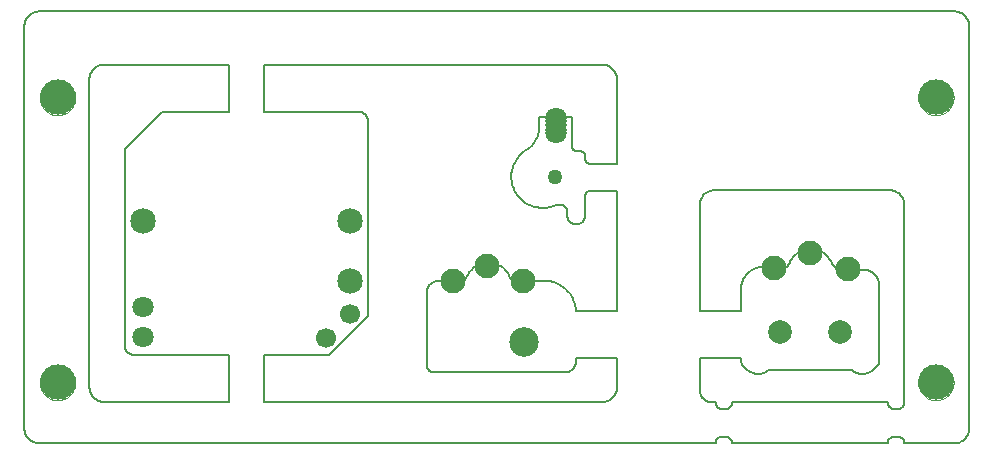
<source format=gbs>
G75*
G70*
%OFA0B0*%
%FSLAX24Y24*%
%IPPOS*%
%LPD*%
%AMOC8*
5,1,8,0,0,1.08239X$1,22.5*
%
%ADD10C,0.0050*%
%ADD11C,0.0000*%
%ADD12C,0.1181*%
%ADD13C,0.0984*%
%ADD14C,0.0827*%
%ADD15C,0.0850*%
%ADD16C,0.0709*%
%ADD17C,0.0787*%
%ADD18C,0.0669*%
%ADD19C,0.0500*%
D10*
X001034Y000534D02*
X023572Y000534D01*
X023572Y000562D01*
X023576Y000590D01*
X023583Y000617D01*
X023594Y000643D01*
X023608Y000667D01*
X023625Y000689D01*
X023645Y000709D01*
X023667Y000726D01*
X023691Y000740D01*
X023717Y000751D01*
X023744Y000758D01*
X023772Y000762D01*
X023922Y000762D01*
X023950Y000758D01*
X023977Y000751D01*
X024003Y000740D01*
X024027Y000726D01*
X024049Y000709D01*
X024069Y000689D01*
X024086Y000667D01*
X024100Y000643D01*
X024111Y000617D01*
X024118Y000590D01*
X024122Y000562D01*
X024122Y000534D01*
X029309Y000534D01*
X029309Y000562D01*
X029313Y000590D01*
X029320Y000617D01*
X029331Y000643D01*
X029345Y000667D01*
X029362Y000689D01*
X029382Y000709D01*
X029404Y000726D01*
X029428Y000740D01*
X029454Y000751D01*
X029481Y000758D01*
X029509Y000762D01*
X029659Y000762D01*
X029688Y000758D01*
X029715Y000751D01*
X029741Y000741D01*
X029766Y000727D01*
X029789Y000710D01*
X029809Y000690D01*
X029827Y000668D01*
X029841Y000643D01*
X029853Y000617D01*
X029860Y000590D01*
X029864Y000562D01*
X029865Y000534D01*
X029864Y000534D02*
X031519Y000534D01*
X031518Y000533D02*
X031563Y000534D01*
X031606Y000540D01*
X031650Y000549D01*
X031692Y000562D01*
X031733Y000578D01*
X031772Y000598D01*
X031810Y000621D01*
X031845Y000648D01*
X031878Y000677D01*
X031908Y000710D01*
X031935Y000744D01*
X031959Y000781D01*
X031980Y000820D01*
X031998Y000861D01*
X032011Y000903D01*
X032021Y000946D01*
X032028Y000989D01*
X032030Y001033D01*
X032030Y001034D02*
X032030Y014435D01*
X032027Y014478D01*
X032021Y014522D01*
X032011Y014565D01*
X031997Y014607D01*
X031980Y014647D01*
X031959Y014686D01*
X031935Y014723D01*
X031908Y014758D01*
X031877Y014790D01*
X031845Y014819D01*
X031809Y014845D01*
X031772Y014869D01*
X031733Y014888D01*
X031692Y014905D01*
X031649Y014917D01*
X031606Y014926D01*
X031563Y014932D01*
X031518Y014933D01*
X031519Y014933D02*
X001034Y014933D01*
X000990Y014931D01*
X000947Y014926D01*
X000905Y014916D01*
X000863Y014903D01*
X000823Y014887D01*
X000784Y014867D01*
X000748Y014843D01*
X000713Y014817D01*
X000681Y014788D01*
X000651Y014756D01*
X000625Y014721D01*
X000601Y014684D01*
X000581Y014646D01*
X000564Y014606D01*
X000551Y014564D01*
X000542Y014522D01*
X000536Y014478D01*
X000534Y014435D01*
X000534Y001034D01*
X000536Y000990D01*
X000542Y000947D01*
X000551Y000905D01*
X000564Y000863D01*
X000581Y000823D01*
X000601Y000784D01*
X000624Y000747D01*
X000651Y000713D01*
X000680Y000680D01*
X000713Y000651D01*
X000747Y000624D01*
X000784Y000601D01*
X000823Y000581D01*
X000863Y000564D01*
X000905Y000551D01*
X000947Y000542D01*
X000990Y000536D01*
X001034Y000534D01*
X003249Y001912D02*
X007340Y001912D01*
X007340Y003486D01*
X004184Y003486D01*
X004150Y003488D01*
X004117Y003493D01*
X004084Y003502D01*
X004053Y003515D01*
X004023Y003531D01*
X003995Y003551D01*
X003970Y003573D01*
X003947Y003598D01*
X003927Y003626D01*
X003911Y003655D01*
X003898Y003687D01*
X003888Y003719D01*
X003882Y003752D01*
X003880Y003786D01*
X003880Y010336D01*
X005130Y011586D01*
X007340Y011586D01*
X007340Y013161D01*
X003175Y013161D01*
X003130Y013155D01*
X003086Y013146D01*
X003043Y013134D01*
X003002Y013117D01*
X002962Y013097D01*
X002923Y013073D01*
X002887Y013047D01*
X002854Y013017D01*
X002823Y012984D01*
X002795Y012949D01*
X002771Y012912D01*
X002749Y012872D01*
X002732Y012831D01*
X002718Y012788D01*
X002707Y012745D01*
X002701Y012700D01*
X002698Y012656D01*
X002699Y012611D01*
X002699Y002387D01*
X002704Y002345D01*
X002712Y002303D01*
X002724Y002262D01*
X002739Y002222D01*
X002757Y002184D01*
X002779Y002147D01*
X002803Y002112D01*
X002830Y002080D01*
X002860Y002049D01*
X002892Y002022D01*
X002926Y001997D01*
X002963Y001974D01*
X003001Y001955D01*
X003040Y001940D01*
X003081Y001927D01*
X003122Y001918D01*
X003164Y001912D01*
X003207Y001910D01*
X003249Y001911D01*
X008521Y001912D02*
X008521Y003486D01*
X010680Y003486D01*
X011980Y004786D01*
X011980Y011286D01*
X011978Y011320D01*
X011972Y011353D01*
X011963Y011385D01*
X011950Y011416D01*
X011934Y011446D01*
X011915Y011473D01*
X011892Y011498D01*
X011867Y011521D01*
X011840Y011540D01*
X011810Y011556D01*
X011779Y011569D01*
X011747Y011578D01*
X011714Y011584D01*
X011680Y011586D01*
X008521Y011586D01*
X008521Y013161D01*
X019741Y013161D01*
X020291Y012686D02*
X020291Y009857D01*
X019373Y009857D01*
X019350Y009861D01*
X019328Y009868D01*
X019307Y009878D01*
X019288Y009891D01*
X019271Y009907D01*
X019257Y009925D01*
X019245Y009945D01*
X019236Y009966D01*
X019230Y009988D01*
X019227Y010011D01*
X019228Y010034D01*
X019228Y010097D01*
X019228Y010120D01*
X019224Y010143D01*
X019218Y010165D01*
X019208Y010186D01*
X019196Y010205D01*
X019181Y010222D01*
X019163Y010237D01*
X019144Y010250D01*
X019123Y010259D01*
X019101Y010265D01*
X019078Y010269D01*
X018938Y010269D01*
X018938Y010270D02*
X018915Y010273D01*
X018893Y010280D01*
X018872Y010290D01*
X018852Y010303D01*
X018835Y010319D01*
X018819Y010336D01*
X018807Y010356D01*
X018798Y010378D01*
X018791Y010400D01*
X018788Y010423D01*
X018789Y010447D01*
X018788Y010447D02*
X018788Y011397D01*
X017688Y011397D01*
X017688Y010897D01*
X017688Y010896D02*
X017670Y010836D01*
X017648Y010777D01*
X017622Y010720D01*
X017593Y010664D01*
X017561Y010611D01*
X017525Y010559D01*
X017487Y010509D01*
X017446Y010462D01*
X017401Y010417D01*
X017355Y010376D01*
X017305Y010337D01*
X017254Y010301D01*
X017200Y010268D01*
X017200Y010269D02*
X017150Y010231D01*
X017102Y010190D01*
X017057Y010146D01*
X017015Y010100D01*
X016975Y010051D01*
X016939Y009999D01*
X016906Y009946D01*
X016876Y009891D01*
X016849Y009834D01*
X016826Y009775D01*
X016807Y009715D01*
X016791Y009654D01*
X016779Y009593D01*
X016770Y009530D01*
X016766Y009467D01*
X016765Y009405D01*
X016768Y009342D01*
X016775Y009279D01*
X016786Y009217D01*
X016800Y009156D01*
X016818Y009096D01*
X016840Y009037D01*
X016865Y008979D01*
X016894Y008923D01*
X016926Y008869D01*
X016961Y008817D01*
X016999Y008767D01*
X017040Y008719D01*
X017085Y008674D01*
X017131Y008632D01*
X017180Y008593D01*
X017232Y008557D01*
X017285Y008524D01*
X017341Y008494D01*
X017398Y008468D01*
X017456Y008445D01*
X017516Y008426D01*
X017577Y008410D01*
X017639Y008398D01*
X017701Y008390D01*
X017764Y008386D01*
X017827Y008385D01*
X017890Y008389D01*
X017952Y008396D01*
X018014Y008407D01*
X018076Y008421D01*
X018136Y008439D01*
X018195Y008461D01*
X018252Y008487D01*
X018253Y008486D02*
X018473Y008486D01*
X018623Y008336D01*
X018623Y008137D01*
X018622Y008137D02*
X018624Y008103D01*
X018630Y008070D01*
X018639Y008037D01*
X018652Y008006D01*
X018668Y007976D01*
X018688Y007948D01*
X018711Y007923D01*
X018736Y007900D01*
X018764Y007880D01*
X018794Y007864D01*
X018825Y007851D01*
X018858Y007842D01*
X018891Y007836D01*
X018925Y007834D01*
X018959Y007836D01*
X018992Y007842D01*
X019025Y007851D01*
X019056Y007864D01*
X019086Y007880D01*
X019114Y007900D01*
X019139Y007923D01*
X019162Y007948D01*
X019182Y007976D01*
X019198Y008006D01*
X019211Y008037D01*
X019220Y008070D01*
X019226Y008103D01*
X019228Y008137D01*
X019228Y008808D01*
X019231Y008831D01*
X019238Y008853D01*
X019248Y008874D01*
X019261Y008894D01*
X019276Y008911D01*
X019294Y008926D01*
X019314Y008938D01*
X019335Y008948D01*
X019358Y008954D01*
X019381Y008957D01*
X019404Y008956D01*
X019404Y008957D02*
X020291Y008957D01*
X020291Y004942D01*
X018913Y004942D01*
X018913Y004998D01*
X018905Y005061D01*
X018893Y005124D01*
X018877Y005187D01*
X018858Y005248D01*
X018835Y005308D01*
X018808Y005366D01*
X018778Y005423D01*
X018744Y005478D01*
X018707Y005531D01*
X018667Y005581D01*
X018624Y005629D01*
X018579Y005674D01*
X018530Y005716D01*
X018480Y005756D01*
X018426Y005792D01*
X018371Y005825D01*
X018314Y005854D01*
X018255Y005880D01*
X018195Y005903D01*
X018134Y005922D01*
X018071Y005937D01*
X018008Y005948D01*
X017944Y005955D01*
X017880Y005959D01*
X017816Y005958D01*
X017751Y005954D01*
X017751Y005955D02*
X016819Y005955D01*
X016795Y005970D01*
X016772Y005988D01*
X016752Y006008D01*
X016734Y006031D01*
X016719Y006055D01*
X016699Y006105D01*
X016676Y006153D01*
X016649Y006200D01*
X016619Y006245D01*
X016585Y006287D01*
X016549Y006327D01*
X016511Y006365D01*
X016469Y006399D01*
X016426Y006431D01*
X016380Y006460D01*
X016332Y006485D01*
X016283Y006507D01*
X016233Y006525D01*
X016181Y006540D01*
X016128Y006551D01*
X016075Y006559D01*
X016021Y006563D01*
X015967Y006563D01*
X015913Y006559D01*
X015860Y006551D01*
X015807Y006540D01*
X015755Y006525D01*
X015705Y006507D01*
X015656Y006485D01*
X015608Y006460D01*
X015562Y006431D01*
X015519Y006399D01*
X015477Y006365D01*
X015439Y006327D01*
X015403Y006287D01*
X015369Y006245D01*
X015339Y006200D01*
X015312Y006153D01*
X015289Y006105D01*
X015269Y006055D01*
X015169Y005955D02*
X014319Y005955D01*
X014319Y005954D02*
X014281Y005950D01*
X014244Y005943D01*
X014208Y005933D01*
X014173Y005919D01*
X014139Y005901D01*
X014108Y005881D01*
X014078Y005857D01*
X014051Y005830D01*
X014027Y005802D01*
X014006Y005770D01*
X013988Y005737D01*
X013973Y005702D01*
X013962Y005666D01*
X013954Y005629D01*
X013950Y005592D01*
X013949Y005554D01*
X013949Y005555D02*
X013949Y003149D01*
X013951Y003119D01*
X013956Y003089D01*
X013965Y003060D01*
X013978Y003033D01*
X013993Y003007D01*
X014012Y002983D01*
X014033Y002962D01*
X014057Y002943D01*
X014083Y002928D01*
X014110Y002915D01*
X014139Y002906D01*
X014169Y002901D01*
X014199Y002899D01*
X018559Y002899D01*
X018913Y003247D02*
X018913Y003367D01*
X020291Y003367D01*
X020291Y002462D01*
X020291Y002461D02*
X020292Y002419D01*
X020290Y002376D01*
X020284Y002334D01*
X020275Y002293D01*
X020262Y002252D01*
X020247Y002213D01*
X020228Y002175D01*
X020205Y002138D01*
X020180Y002104D01*
X020153Y002072D01*
X020122Y002042D01*
X020090Y002015D01*
X020055Y001991D01*
X020018Y001969D01*
X019980Y001951D01*
X019940Y001936D01*
X019899Y001924D01*
X019857Y001916D01*
X019815Y001911D01*
X019815Y001912D02*
X008521Y001912D01*
X015168Y005955D02*
X015192Y005970D01*
X015215Y005988D01*
X015235Y006008D01*
X015253Y006031D01*
X015268Y006055D01*
X018559Y002899D02*
X018596Y002901D01*
X018632Y002906D01*
X018668Y002915D01*
X018702Y002928D01*
X018735Y002945D01*
X018766Y002964D01*
X018795Y002987D01*
X018821Y003013D01*
X018844Y003041D01*
X018865Y003072D01*
X018882Y003105D01*
X018895Y003139D01*
X018905Y003174D01*
X018911Y003211D01*
X018913Y003247D01*
X023047Y003367D02*
X023047Y002275D01*
X023046Y002275D02*
X023051Y002237D01*
X023060Y002199D01*
X023072Y002162D01*
X023088Y002127D01*
X023107Y002093D01*
X023130Y002061D01*
X023155Y002032D01*
X023184Y002005D01*
X023214Y001981D01*
X023247Y001961D01*
X023282Y001943D01*
X023318Y001929D01*
X023356Y001919D01*
X023394Y001913D01*
X023433Y001910D01*
X023472Y001911D01*
X023472Y001912D02*
X023572Y001912D01*
X023572Y001884D01*
X023576Y001856D01*
X023583Y001829D01*
X023594Y001803D01*
X023608Y001779D01*
X023625Y001757D01*
X023645Y001737D01*
X023667Y001720D01*
X023691Y001706D01*
X023717Y001695D01*
X023744Y001688D01*
X023772Y001684D01*
X023922Y001684D01*
X023950Y001688D01*
X023977Y001695D01*
X024003Y001706D01*
X024027Y001720D01*
X024049Y001737D01*
X024069Y001757D01*
X024086Y001779D01*
X024100Y001803D01*
X024111Y001829D01*
X024118Y001856D01*
X024122Y001884D01*
X024122Y001912D01*
X029309Y001912D01*
X029309Y001884D01*
X029313Y001856D01*
X029320Y001829D01*
X029331Y001803D01*
X029345Y001779D01*
X029362Y001757D01*
X029382Y001737D01*
X029404Y001720D01*
X029428Y001706D01*
X029454Y001695D01*
X029481Y001688D01*
X029509Y001684D01*
X029659Y001684D01*
X029659Y001683D02*
X029688Y001687D01*
X029715Y001694D01*
X029741Y001704D01*
X029766Y001718D01*
X029789Y001735D01*
X029809Y001755D01*
X029827Y001777D01*
X029841Y001802D01*
X029853Y001828D01*
X029860Y001855D01*
X029864Y001883D01*
X029865Y001911D01*
X029864Y001912D02*
X029864Y008502D01*
X029865Y008502D02*
X029860Y008544D01*
X029852Y008586D01*
X029840Y008627D01*
X029825Y008667D01*
X029807Y008705D01*
X029785Y008742D01*
X029761Y008777D01*
X029734Y008809D01*
X029704Y008840D01*
X029672Y008867D01*
X029638Y008892D01*
X029601Y008915D01*
X029563Y008934D01*
X029524Y008949D01*
X029483Y008962D01*
X029442Y008971D01*
X029400Y008977D01*
X029357Y008979D01*
X029315Y008978D01*
X029314Y008977D02*
X023522Y008977D01*
X023522Y008978D02*
X023477Y008972D01*
X023433Y008963D01*
X023390Y008951D01*
X023349Y008934D01*
X023309Y008914D01*
X023270Y008890D01*
X023234Y008864D01*
X023201Y008834D01*
X023170Y008801D01*
X023142Y008766D01*
X023118Y008729D01*
X023096Y008689D01*
X023079Y008648D01*
X023065Y008605D01*
X023054Y008562D01*
X023048Y008517D01*
X023045Y008473D01*
X023046Y008428D01*
X023047Y008427D02*
X023047Y004942D01*
X024425Y004942D01*
X024425Y005745D01*
X024431Y005797D01*
X024441Y005849D01*
X024454Y005900D01*
X024471Y005950D01*
X024492Y005998D01*
X024516Y006045D01*
X024544Y006090D01*
X024575Y006132D01*
X024609Y006173D01*
X024646Y006210D01*
X024685Y006245D01*
X024727Y006277D01*
X024771Y006306D01*
X024817Y006331D01*
X024865Y006353D01*
X024915Y006372D01*
X024965Y006386D01*
X025017Y006397D01*
X025069Y006404D01*
X025069Y006405D02*
X025919Y006405D01*
X025942Y006420D01*
X025965Y006438D01*
X025985Y006458D01*
X026003Y006481D01*
X026018Y006505D01*
X026019Y006505D02*
X026039Y006555D01*
X026062Y006603D01*
X026089Y006650D01*
X026119Y006695D01*
X026153Y006737D01*
X026189Y006777D01*
X026227Y006815D01*
X026269Y006849D01*
X026312Y006881D01*
X026358Y006910D01*
X026406Y006935D01*
X026455Y006957D01*
X026505Y006975D01*
X026557Y006990D01*
X026610Y007001D01*
X026663Y007009D01*
X026717Y007013D01*
X026771Y007013D01*
X026825Y007009D01*
X026878Y007001D01*
X026931Y006990D01*
X026983Y006975D01*
X027033Y006957D01*
X027082Y006935D01*
X027130Y006910D01*
X027176Y006881D01*
X027219Y006849D01*
X027261Y006815D01*
X027299Y006777D01*
X027335Y006737D01*
X027369Y006695D01*
X027399Y006650D01*
X027426Y006603D01*
X027449Y006555D01*
X027469Y006505D01*
X027491Y006470D01*
X027515Y006438D01*
X027542Y006407D01*
X027571Y006378D01*
X027602Y006351D01*
X027634Y006327D01*
X027669Y006305D01*
X028601Y006305D01*
X028601Y006304D02*
X028643Y006297D01*
X028684Y006286D01*
X028724Y006272D01*
X028762Y006254D01*
X028799Y006233D01*
X028834Y006208D01*
X028866Y006181D01*
X028896Y006151D01*
X028924Y006119D01*
X028948Y006084D01*
X028969Y006048D01*
X028988Y006009D01*
X029002Y005969D01*
X029013Y005928D01*
X029021Y005887D01*
X029024Y005845D01*
X029025Y005845D02*
X029025Y003231D01*
X029024Y003231D02*
X029004Y003187D01*
X028980Y003145D01*
X028953Y003105D01*
X028923Y003067D01*
X028890Y003032D01*
X028854Y002999D01*
X028816Y002969D01*
X028776Y002942D01*
X028733Y002919D01*
X028689Y002899D01*
X028644Y002882D01*
X028597Y002869D01*
X028550Y002860D01*
X028502Y002855D01*
X028453Y002853D01*
X028405Y002855D01*
X028357Y002861D01*
X028310Y002871D01*
X028263Y002884D01*
X028218Y002901D01*
X028121Y002995D02*
X025331Y002995D01*
X025330Y002995D02*
X025316Y002971D01*
X025299Y002949D01*
X025278Y002930D01*
X025255Y002914D01*
X025231Y002901D01*
X024425Y003231D02*
X024425Y003367D01*
X023047Y003367D01*
X024425Y003231D02*
X024445Y003187D01*
X024469Y003145D01*
X024496Y003105D01*
X024526Y003067D01*
X024559Y003032D01*
X024595Y002999D01*
X024633Y002969D01*
X024673Y002942D01*
X024716Y002919D01*
X024760Y002899D01*
X024805Y002882D01*
X024852Y002869D01*
X024899Y002860D01*
X024947Y002855D01*
X024996Y002853D01*
X025044Y002855D01*
X025092Y002861D01*
X025139Y002871D01*
X025186Y002884D01*
X025231Y002901D01*
X028121Y002995D02*
X028135Y002971D01*
X028152Y002949D01*
X028171Y002930D01*
X028194Y002914D01*
X028218Y002901D01*
X020291Y012685D02*
X020286Y012727D01*
X020278Y012769D01*
X020266Y012810D01*
X020251Y012850D01*
X020233Y012888D01*
X020211Y012925D01*
X020187Y012960D01*
X020160Y012992D01*
X020130Y013023D01*
X020098Y013050D01*
X020064Y013075D01*
X020027Y013098D01*
X019989Y013117D01*
X019950Y013132D01*
X019909Y013145D01*
X019868Y013154D01*
X019826Y013160D01*
X019783Y013162D01*
X019741Y013161D01*
D11*
X030325Y012065D02*
X030327Y012113D01*
X030333Y012161D01*
X030343Y012208D01*
X030356Y012254D01*
X030374Y012299D01*
X030394Y012343D01*
X030419Y012385D01*
X030447Y012424D01*
X030477Y012461D01*
X030511Y012495D01*
X030548Y012527D01*
X030586Y012556D01*
X030627Y012581D01*
X030670Y012603D01*
X030715Y012621D01*
X030761Y012635D01*
X030808Y012646D01*
X030856Y012653D01*
X030904Y012656D01*
X030952Y012655D01*
X031000Y012650D01*
X031048Y012641D01*
X031094Y012629D01*
X031139Y012612D01*
X031183Y012592D01*
X031225Y012569D01*
X031265Y012542D01*
X031303Y012512D01*
X031338Y012479D01*
X031370Y012443D01*
X031400Y012405D01*
X031426Y012364D01*
X031448Y012321D01*
X031468Y012277D01*
X031483Y012232D01*
X031495Y012185D01*
X031503Y012137D01*
X031507Y012089D01*
X031507Y012041D01*
X031503Y011993D01*
X031495Y011945D01*
X031483Y011898D01*
X031468Y011853D01*
X031448Y011809D01*
X031426Y011766D01*
X031400Y011725D01*
X031370Y011687D01*
X031338Y011651D01*
X031303Y011618D01*
X031265Y011588D01*
X031225Y011561D01*
X031183Y011538D01*
X031139Y011518D01*
X031094Y011501D01*
X031048Y011489D01*
X031000Y011480D01*
X030952Y011475D01*
X030904Y011474D01*
X030856Y011477D01*
X030808Y011484D01*
X030761Y011495D01*
X030715Y011509D01*
X030670Y011527D01*
X030627Y011549D01*
X030586Y011574D01*
X030548Y011603D01*
X030511Y011635D01*
X030477Y011669D01*
X030447Y011706D01*
X030419Y011745D01*
X030394Y011787D01*
X030374Y011831D01*
X030356Y011876D01*
X030343Y011922D01*
X030333Y011969D01*
X030327Y012017D01*
X030325Y012065D01*
X030325Y002565D02*
X030327Y002613D01*
X030333Y002661D01*
X030343Y002708D01*
X030356Y002754D01*
X030374Y002799D01*
X030394Y002843D01*
X030419Y002885D01*
X030447Y002924D01*
X030477Y002961D01*
X030511Y002995D01*
X030548Y003027D01*
X030586Y003056D01*
X030627Y003081D01*
X030670Y003103D01*
X030715Y003121D01*
X030761Y003135D01*
X030808Y003146D01*
X030856Y003153D01*
X030904Y003156D01*
X030952Y003155D01*
X031000Y003150D01*
X031048Y003141D01*
X031094Y003129D01*
X031139Y003112D01*
X031183Y003092D01*
X031225Y003069D01*
X031265Y003042D01*
X031303Y003012D01*
X031338Y002979D01*
X031370Y002943D01*
X031400Y002905D01*
X031426Y002864D01*
X031448Y002821D01*
X031468Y002777D01*
X031483Y002732D01*
X031495Y002685D01*
X031503Y002637D01*
X031507Y002589D01*
X031507Y002541D01*
X031503Y002493D01*
X031495Y002445D01*
X031483Y002398D01*
X031468Y002353D01*
X031448Y002309D01*
X031426Y002266D01*
X031400Y002225D01*
X031370Y002187D01*
X031338Y002151D01*
X031303Y002118D01*
X031265Y002088D01*
X031225Y002061D01*
X031183Y002038D01*
X031139Y002018D01*
X031094Y002001D01*
X031048Y001989D01*
X031000Y001980D01*
X030952Y001975D01*
X030904Y001974D01*
X030856Y001977D01*
X030808Y001984D01*
X030761Y001995D01*
X030715Y002009D01*
X030670Y002027D01*
X030627Y002049D01*
X030586Y002074D01*
X030548Y002103D01*
X030511Y002135D01*
X030477Y002169D01*
X030447Y002206D01*
X030419Y002245D01*
X030394Y002287D01*
X030374Y002331D01*
X030356Y002376D01*
X030343Y002422D01*
X030333Y002469D01*
X030327Y002517D01*
X030325Y002565D01*
X001046Y002565D02*
X001048Y002613D01*
X001054Y002661D01*
X001064Y002708D01*
X001077Y002754D01*
X001095Y002799D01*
X001115Y002843D01*
X001140Y002885D01*
X001168Y002924D01*
X001198Y002961D01*
X001232Y002995D01*
X001269Y003027D01*
X001307Y003056D01*
X001348Y003081D01*
X001391Y003103D01*
X001436Y003121D01*
X001482Y003135D01*
X001529Y003146D01*
X001577Y003153D01*
X001625Y003156D01*
X001673Y003155D01*
X001721Y003150D01*
X001769Y003141D01*
X001815Y003129D01*
X001860Y003112D01*
X001904Y003092D01*
X001946Y003069D01*
X001986Y003042D01*
X002024Y003012D01*
X002059Y002979D01*
X002091Y002943D01*
X002121Y002905D01*
X002147Y002864D01*
X002169Y002821D01*
X002189Y002777D01*
X002204Y002732D01*
X002216Y002685D01*
X002224Y002637D01*
X002228Y002589D01*
X002228Y002541D01*
X002224Y002493D01*
X002216Y002445D01*
X002204Y002398D01*
X002189Y002353D01*
X002169Y002309D01*
X002147Y002266D01*
X002121Y002225D01*
X002091Y002187D01*
X002059Y002151D01*
X002024Y002118D01*
X001986Y002088D01*
X001946Y002061D01*
X001904Y002038D01*
X001860Y002018D01*
X001815Y002001D01*
X001769Y001989D01*
X001721Y001980D01*
X001673Y001975D01*
X001625Y001974D01*
X001577Y001977D01*
X001529Y001984D01*
X001482Y001995D01*
X001436Y002009D01*
X001391Y002027D01*
X001348Y002049D01*
X001307Y002074D01*
X001269Y002103D01*
X001232Y002135D01*
X001198Y002169D01*
X001168Y002206D01*
X001140Y002245D01*
X001115Y002287D01*
X001095Y002331D01*
X001077Y002376D01*
X001064Y002422D01*
X001054Y002469D01*
X001048Y002517D01*
X001046Y002565D01*
X001046Y012065D02*
X001048Y012113D01*
X001054Y012161D01*
X001064Y012208D01*
X001077Y012254D01*
X001095Y012299D01*
X001115Y012343D01*
X001140Y012385D01*
X001168Y012424D01*
X001198Y012461D01*
X001232Y012495D01*
X001269Y012527D01*
X001307Y012556D01*
X001348Y012581D01*
X001391Y012603D01*
X001436Y012621D01*
X001482Y012635D01*
X001529Y012646D01*
X001577Y012653D01*
X001625Y012656D01*
X001673Y012655D01*
X001721Y012650D01*
X001769Y012641D01*
X001815Y012629D01*
X001860Y012612D01*
X001904Y012592D01*
X001946Y012569D01*
X001986Y012542D01*
X002024Y012512D01*
X002059Y012479D01*
X002091Y012443D01*
X002121Y012405D01*
X002147Y012364D01*
X002169Y012321D01*
X002189Y012277D01*
X002204Y012232D01*
X002216Y012185D01*
X002224Y012137D01*
X002228Y012089D01*
X002228Y012041D01*
X002224Y011993D01*
X002216Y011945D01*
X002204Y011898D01*
X002189Y011853D01*
X002169Y011809D01*
X002147Y011766D01*
X002121Y011725D01*
X002091Y011687D01*
X002059Y011651D01*
X002024Y011618D01*
X001986Y011588D01*
X001946Y011561D01*
X001904Y011538D01*
X001860Y011518D01*
X001815Y011501D01*
X001769Y011489D01*
X001721Y011480D01*
X001673Y011475D01*
X001625Y011474D01*
X001577Y011477D01*
X001529Y011484D01*
X001482Y011495D01*
X001436Y011509D01*
X001391Y011527D01*
X001348Y011549D01*
X001307Y011574D01*
X001269Y011603D01*
X001232Y011635D01*
X001198Y011669D01*
X001168Y011706D01*
X001140Y011745D01*
X001115Y011787D01*
X001095Y011831D01*
X001077Y011876D01*
X001064Y011922D01*
X001054Y011969D01*
X001048Y012017D01*
X001046Y012065D01*
D12*
X001637Y012065D03*
X001637Y002565D03*
X030916Y002565D03*
X030916Y012065D03*
D13*
X017173Y003916D03*
D14*
X017169Y005955D03*
X015969Y006455D03*
X014819Y005955D03*
X025534Y006384D03*
X026724Y006894D03*
X027984Y006334D03*
D15*
X011380Y005936D03*
X011380Y007936D03*
X004480Y007936D03*
D16*
X004480Y005086D03*
X004480Y004086D03*
X018237Y010886D03*
X018237Y010986D03*
X018237Y011136D03*
X018237Y011286D03*
X018237Y011386D03*
D17*
X025724Y004244D03*
X027724Y004244D03*
D18*
X011384Y004834D03*
X010584Y004034D03*
D19*
X018228Y009399D03*
M02*

</source>
